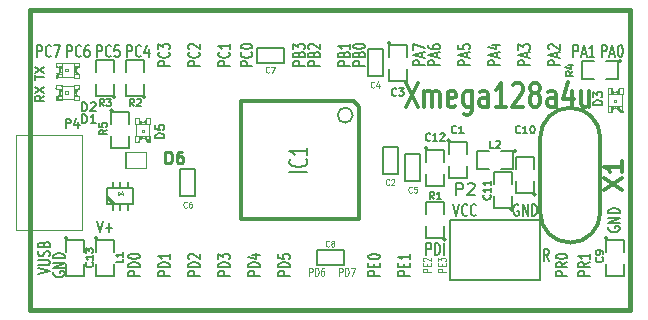
<source format=gto>
G04 (created by PCBNEW (2013-07-07 BZR 4022)-stable) date 14.08.2014 19:14:36*
%MOIN*%
G04 Gerber Fmt 3.4, Leading zero omitted, Abs format*
%FSLAX34Y34*%
G01*
G70*
G90*
G04 APERTURE LIST*
%ADD10C,0.00590551*%
%ADD11C,0.00606299*%
%ADD12C,0.012*%
%ADD13C,0.00393701*%
%ADD14C,0.015*%
%ADD15C,0.008*%
%ADD16C,0.005*%
%ADD17C,0.0026*%
%ADD18C,0.004*%
%ADD19C,0.002*%
%ADD20C,0.0039*%
%ADD21C,0.0125*%
%ADD22C,0.0045*%
%ADD23C,0.00984252*%
%ADD24C,0.0075*%
%ADD25C,0.0024*%
G04 APERTURE END LIST*
G54D10*
G54D11*
X14174Y-21824D02*
X14174Y-21656D01*
X14469Y-21740D02*
X14174Y-21740D01*
X14174Y-21585D02*
X14469Y-21389D01*
X14174Y-21389D02*
X14469Y-21585D01*
X14469Y-22349D02*
X14328Y-22447D01*
X14469Y-22517D02*
X14174Y-22517D01*
X14174Y-22405D01*
X14188Y-22377D01*
X14202Y-22363D01*
X14230Y-22349D01*
X14272Y-22349D01*
X14300Y-22363D01*
X14314Y-22377D01*
X14328Y-22405D01*
X14328Y-22517D01*
X14174Y-22250D02*
X14469Y-22053D01*
X14174Y-22053D02*
X14469Y-22250D01*
G54D12*
X26514Y-21923D02*
X26914Y-22723D01*
X26914Y-21923D02*
X26514Y-22723D01*
X27142Y-22723D02*
X27142Y-22190D01*
X27142Y-22266D02*
X27171Y-22228D01*
X27228Y-22190D01*
X27314Y-22190D01*
X27371Y-22228D01*
X27400Y-22304D01*
X27400Y-22723D01*
X27400Y-22304D02*
X27428Y-22228D01*
X27485Y-22190D01*
X27571Y-22190D01*
X27628Y-22228D01*
X27657Y-22304D01*
X27657Y-22723D01*
X28171Y-22685D02*
X28114Y-22723D01*
X28000Y-22723D01*
X27942Y-22685D01*
X27914Y-22609D01*
X27914Y-22304D01*
X27942Y-22228D01*
X28000Y-22190D01*
X28114Y-22190D01*
X28171Y-22228D01*
X28200Y-22304D01*
X28200Y-22380D01*
X27914Y-22457D01*
X28714Y-22190D02*
X28714Y-22838D01*
X28685Y-22914D01*
X28657Y-22952D01*
X28600Y-22990D01*
X28514Y-22990D01*
X28457Y-22952D01*
X28714Y-22685D02*
X28657Y-22723D01*
X28542Y-22723D01*
X28485Y-22685D01*
X28457Y-22647D01*
X28428Y-22571D01*
X28428Y-22342D01*
X28457Y-22266D01*
X28485Y-22228D01*
X28542Y-22190D01*
X28657Y-22190D01*
X28714Y-22228D01*
X29257Y-22723D02*
X29257Y-22304D01*
X29228Y-22228D01*
X29171Y-22190D01*
X29057Y-22190D01*
X29000Y-22228D01*
X29257Y-22685D02*
X29200Y-22723D01*
X29057Y-22723D01*
X29000Y-22685D01*
X28971Y-22609D01*
X28971Y-22533D01*
X29000Y-22457D01*
X29057Y-22419D01*
X29200Y-22419D01*
X29257Y-22380D01*
X29857Y-22723D02*
X29514Y-22723D01*
X29685Y-22723D02*
X29685Y-21923D01*
X29628Y-22038D01*
X29571Y-22114D01*
X29514Y-22152D01*
X30085Y-22000D02*
X30114Y-21961D01*
X30171Y-21923D01*
X30314Y-21923D01*
X30371Y-21961D01*
X30400Y-22000D01*
X30428Y-22076D01*
X30428Y-22152D01*
X30400Y-22266D01*
X30057Y-22723D01*
X30428Y-22723D01*
X30771Y-22266D02*
X30714Y-22228D01*
X30685Y-22190D01*
X30657Y-22114D01*
X30657Y-22076D01*
X30685Y-22000D01*
X30714Y-21961D01*
X30771Y-21923D01*
X30885Y-21923D01*
X30942Y-21961D01*
X30971Y-22000D01*
X31000Y-22076D01*
X31000Y-22114D01*
X30971Y-22190D01*
X30942Y-22228D01*
X30885Y-22266D01*
X30771Y-22266D01*
X30714Y-22304D01*
X30685Y-22342D01*
X30657Y-22419D01*
X30657Y-22571D01*
X30685Y-22647D01*
X30714Y-22685D01*
X30771Y-22723D01*
X30885Y-22723D01*
X30942Y-22685D01*
X30971Y-22647D01*
X31000Y-22571D01*
X31000Y-22419D01*
X30971Y-22342D01*
X30942Y-22304D01*
X30885Y-22266D01*
X31514Y-22723D02*
X31514Y-22304D01*
X31485Y-22228D01*
X31428Y-22190D01*
X31314Y-22190D01*
X31257Y-22228D01*
X31514Y-22685D02*
X31457Y-22723D01*
X31314Y-22723D01*
X31257Y-22685D01*
X31228Y-22609D01*
X31228Y-22533D01*
X31257Y-22457D01*
X31314Y-22419D01*
X31457Y-22419D01*
X31514Y-22380D01*
X32057Y-22190D02*
X32057Y-22723D01*
X31914Y-21885D02*
X31771Y-22457D01*
X32142Y-22457D01*
X32628Y-22190D02*
X32628Y-22723D01*
X32371Y-22190D02*
X32371Y-22609D01*
X32400Y-22685D01*
X32457Y-22723D01*
X32542Y-22723D01*
X32600Y-22685D01*
X32628Y-22647D01*
G54D13*
X27856Y-28234D02*
X27593Y-28234D01*
X27593Y-28159D01*
X27606Y-28140D01*
X27618Y-28131D01*
X27643Y-28121D01*
X27681Y-28121D01*
X27706Y-28131D01*
X27718Y-28140D01*
X27731Y-28159D01*
X27731Y-28234D01*
X27718Y-28037D02*
X27718Y-27971D01*
X27856Y-27943D02*
X27856Y-28037D01*
X27593Y-28037D01*
X27593Y-27943D01*
X27593Y-27878D02*
X27593Y-27756D01*
X27693Y-27821D01*
X27693Y-27793D01*
X27706Y-27775D01*
X27718Y-27765D01*
X27743Y-27756D01*
X27806Y-27756D01*
X27831Y-27765D01*
X27843Y-27775D01*
X27856Y-27793D01*
X27856Y-27850D01*
X27843Y-27868D01*
X27831Y-27878D01*
X27356Y-28234D02*
X27093Y-28234D01*
X27093Y-28159D01*
X27106Y-28140D01*
X27118Y-28131D01*
X27143Y-28121D01*
X27181Y-28121D01*
X27206Y-28131D01*
X27218Y-28140D01*
X27231Y-28159D01*
X27231Y-28234D01*
X27218Y-28037D02*
X27218Y-27971D01*
X27356Y-27943D02*
X27356Y-28037D01*
X27093Y-28037D01*
X27093Y-27943D01*
X27118Y-27868D02*
X27106Y-27859D01*
X27093Y-27840D01*
X27093Y-27793D01*
X27106Y-27775D01*
X27118Y-27765D01*
X27143Y-27756D01*
X27168Y-27756D01*
X27206Y-27765D01*
X27356Y-27878D01*
X27356Y-27756D01*
G54D10*
X33284Y-26724D02*
X33265Y-26753D01*
X33265Y-26795D01*
X33284Y-26837D01*
X33321Y-26865D01*
X33359Y-26879D01*
X33434Y-26893D01*
X33490Y-26893D01*
X33565Y-26879D01*
X33603Y-26865D01*
X33640Y-26837D01*
X33659Y-26795D01*
X33659Y-26767D01*
X33640Y-26724D01*
X33621Y-26710D01*
X33490Y-26710D01*
X33490Y-26767D01*
X33659Y-26584D02*
X33265Y-26584D01*
X33659Y-26415D01*
X33265Y-26415D01*
X33659Y-26275D02*
X33265Y-26275D01*
X33265Y-26204D01*
X33284Y-26162D01*
X33321Y-26134D01*
X33359Y-26120D01*
X33434Y-26106D01*
X33490Y-26106D01*
X33565Y-26120D01*
X33603Y-26134D01*
X33640Y-26162D01*
X33659Y-26204D01*
X33659Y-26275D01*
X32659Y-28365D02*
X32265Y-28365D01*
X32265Y-28253D01*
X32284Y-28224D01*
X32303Y-28210D01*
X32340Y-28196D01*
X32396Y-28196D01*
X32434Y-28210D01*
X32453Y-28224D01*
X32471Y-28253D01*
X32471Y-28365D01*
X32659Y-27901D02*
X32471Y-28000D01*
X32659Y-28070D02*
X32265Y-28070D01*
X32265Y-27957D01*
X32284Y-27929D01*
X32303Y-27915D01*
X32340Y-27901D01*
X32396Y-27901D01*
X32434Y-27915D01*
X32453Y-27929D01*
X32471Y-27957D01*
X32471Y-28070D01*
X32659Y-27620D02*
X32659Y-27789D01*
X32659Y-27704D02*
X32265Y-27704D01*
X32321Y-27732D01*
X32359Y-27760D01*
X32378Y-27789D01*
X26659Y-28351D02*
X26265Y-28351D01*
X26265Y-28239D01*
X26284Y-28210D01*
X26303Y-28196D01*
X26340Y-28182D01*
X26396Y-28182D01*
X26434Y-28196D01*
X26453Y-28210D01*
X26471Y-28239D01*
X26471Y-28351D01*
X26453Y-28056D02*
X26453Y-27957D01*
X26659Y-27915D02*
X26659Y-28056D01*
X26265Y-28056D01*
X26265Y-27915D01*
X26659Y-27634D02*
X26659Y-27803D01*
X26659Y-27718D02*
X26265Y-27718D01*
X26321Y-27746D01*
X26359Y-27775D01*
X26378Y-27803D01*
G54D13*
X24306Y-28356D02*
X24306Y-28093D01*
X24381Y-28093D01*
X24400Y-28106D01*
X24409Y-28118D01*
X24418Y-28143D01*
X24418Y-28181D01*
X24409Y-28206D01*
X24400Y-28218D01*
X24381Y-28231D01*
X24306Y-28231D01*
X24503Y-28356D02*
X24503Y-28093D01*
X24550Y-28093D01*
X24578Y-28106D01*
X24596Y-28131D01*
X24606Y-28156D01*
X24615Y-28206D01*
X24615Y-28243D01*
X24606Y-28293D01*
X24596Y-28318D01*
X24578Y-28343D01*
X24550Y-28356D01*
X24503Y-28356D01*
X24681Y-28093D02*
X24812Y-28093D01*
X24728Y-28356D01*
X23306Y-28356D02*
X23306Y-28093D01*
X23381Y-28093D01*
X23400Y-28106D01*
X23409Y-28118D01*
X23418Y-28143D01*
X23418Y-28181D01*
X23409Y-28206D01*
X23400Y-28218D01*
X23381Y-28231D01*
X23306Y-28231D01*
X23503Y-28356D02*
X23503Y-28093D01*
X23550Y-28093D01*
X23578Y-28106D01*
X23596Y-28131D01*
X23606Y-28156D01*
X23615Y-28206D01*
X23615Y-28243D01*
X23606Y-28293D01*
X23596Y-28318D01*
X23578Y-28343D01*
X23550Y-28356D01*
X23503Y-28356D01*
X23784Y-28093D02*
X23746Y-28093D01*
X23728Y-28106D01*
X23718Y-28118D01*
X23699Y-28156D01*
X23690Y-28206D01*
X23690Y-28306D01*
X23699Y-28331D01*
X23709Y-28343D01*
X23728Y-28356D01*
X23765Y-28356D01*
X23784Y-28343D01*
X23793Y-28331D01*
X23803Y-28306D01*
X23803Y-28243D01*
X23793Y-28218D01*
X23784Y-28206D01*
X23765Y-28193D01*
X23728Y-28193D01*
X23709Y-28206D01*
X23699Y-28218D01*
X23690Y-28243D01*
G54D10*
X22659Y-28365D02*
X22265Y-28365D01*
X22265Y-28253D01*
X22284Y-28224D01*
X22303Y-28210D01*
X22340Y-28196D01*
X22396Y-28196D01*
X22434Y-28210D01*
X22453Y-28224D01*
X22471Y-28253D01*
X22471Y-28365D01*
X22659Y-28070D02*
X22265Y-28070D01*
X22265Y-28000D01*
X22284Y-27957D01*
X22321Y-27929D01*
X22359Y-27915D01*
X22434Y-27901D01*
X22490Y-27901D01*
X22565Y-27915D01*
X22603Y-27929D01*
X22640Y-27957D01*
X22659Y-28000D01*
X22659Y-28070D01*
X22265Y-27634D02*
X22265Y-27775D01*
X22453Y-27789D01*
X22434Y-27775D01*
X22415Y-27746D01*
X22415Y-27676D01*
X22434Y-27648D01*
X22453Y-27634D01*
X22490Y-27620D01*
X22584Y-27620D01*
X22621Y-27634D01*
X22640Y-27648D01*
X22659Y-27676D01*
X22659Y-27746D01*
X22640Y-27775D01*
X22621Y-27789D01*
X21659Y-28365D02*
X21265Y-28365D01*
X21265Y-28253D01*
X21284Y-28224D01*
X21303Y-28210D01*
X21340Y-28196D01*
X21396Y-28196D01*
X21434Y-28210D01*
X21453Y-28224D01*
X21471Y-28253D01*
X21471Y-28365D01*
X21659Y-28070D02*
X21265Y-28070D01*
X21265Y-28000D01*
X21284Y-27957D01*
X21321Y-27929D01*
X21359Y-27915D01*
X21434Y-27901D01*
X21490Y-27901D01*
X21565Y-27915D01*
X21603Y-27929D01*
X21640Y-27957D01*
X21659Y-28000D01*
X21659Y-28070D01*
X21396Y-27648D02*
X21659Y-27648D01*
X21246Y-27718D02*
X21528Y-27789D01*
X21528Y-27606D01*
X20659Y-28365D02*
X20265Y-28365D01*
X20265Y-28253D01*
X20284Y-28224D01*
X20303Y-28210D01*
X20340Y-28196D01*
X20396Y-28196D01*
X20434Y-28210D01*
X20453Y-28224D01*
X20471Y-28253D01*
X20471Y-28365D01*
X20659Y-28070D02*
X20265Y-28070D01*
X20265Y-28000D01*
X20284Y-27957D01*
X20321Y-27929D01*
X20359Y-27915D01*
X20434Y-27901D01*
X20490Y-27901D01*
X20565Y-27915D01*
X20603Y-27929D01*
X20640Y-27957D01*
X20659Y-28000D01*
X20659Y-28070D01*
X20265Y-27803D02*
X20265Y-27620D01*
X20415Y-27718D01*
X20415Y-27676D01*
X20434Y-27648D01*
X20453Y-27634D01*
X20490Y-27620D01*
X20584Y-27620D01*
X20621Y-27634D01*
X20640Y-27648D01*
X20659Y-27676D01*
X20659Y-27760D01*
X20640Y-27789D01*
X20621Y-27803D01*
X19659Y-28365D02*
X19265Y-28365D01*
X19265Y-28253D01*
X19284Y-28224D01*
X19303Y-28210D01*
X19340Y-28196D01*
X19396Y-28196D01*
X19434Y-28210D01*
X19453Y-28224D01*
X19471Y-28253D01*
X19471Y-28365D01*
X19659Y-28070D02*
X19265Y-28070D01*
X19265Y-28000D01*
X19284Y-27957D01*
X19321Y-27929D01*
X19359Y-27915D01*
X19434Y-27901D01*
X19490Y-27901D01*
X19565Y-27915D01*
X19603Y-27929D01*
X19640Y-27957D01*
X19659Y-28000D01*
X19659Y-28070D01*
X19303Y-27789D02*
X19284Y-27775D01*
X19265Y-27746D01*
X19265Y-27676D01*
X19284Y-27648D01*
X19303Y-27634D01*
X19340Y-27620D01*
X19378Y-27620D01*
X19434Y-27634D01*
X19659Y-27803D01*
X19659Y-27620D01*
X18659Y-28365D02*
X18265Y-28365D01*
X18265Y-28253D01*
X18284Y-28224D01*
X18303Y-28210D01*
X18340Y-28196D01*
X18396Y-28196D01*
X18434Y-28210D01*
X18453Y-28224D01*
X18471Y-28253D01*
X18471Y-28365D01*
X18659Y-28070D02*
X18265Y-28070D01*
X18265Y-28000D01*
X18284Y-27957D01*
X18321Y-27929D01*
X18359Y-27915D01*
X18434Y-27901D01*
X18490Y-27901D01*
X18565Y-27915D01*
X18603Y-27929D01*
X18640Y-27957D01*
X18659Y-28000D01*
X18659Y-28070D01*
X18659Y-27620D02*
X18659Y-27789D01*
X18659Y-27704D02*
X18265Y-27704D01*
X18321Y-27732D01*
X18359Y-27760D01*
X18378Y-27789D01*
X14784Y-28224D02*
X14765Y-28253D01*
X14765Y-28295D01*
X14784Y-28337D01*
X14821Y-28365D01*
X14859Y-28379D01*
X14934Y-28393D01*
X14990Y-28393D01*
X15065Y-28379D01*
X15103Y-28365D01*
X15140Y-28337D01*
X15159Y-28295D01*
X15159Y-28267D01*
X15140Y-28224D01*
X15121Y-28210D01*
X14990Y-28210D01*
X14990Y-28267D01*
X15159Y-28084D02*
X14765Y-28084D01*
X15159Y-27915D01*
X14765Y-27915D01*
X15159Y-27775D02*
X14765Y-27775D01*
X14765Y-27704D01*
X14784Y-27662D01*
X14821Y-27634D01*
X14859Y-27620D01*
X14934Y-27606D01*
X14990Y-27606D01*
X15065Y-27620D01*
X15103Y-27634D01*
X15140Y-27662D01*
X15159Y-27704D01*
X15159Y-27775D01*
X16218Y-26515D02*
X16317Y-26909D01*
X16415Y-26515D01*
X16514Y-26759D02*
X16739Y-26759D01*
X16626Y-26909D02*
X16626Y-26609D01*
X14234Y-21059D02*
X14234Y-20665D01*
X14346Y-20665D01*
X14375Y-20684D01*
X14389Y-20703D01*
X14403Y-20740D01*
X14403Y-20796D01*
X14389Y-20834D01*
X14375Y-20853D01*
X14346Y-20871D01*
X14234Y-20871D01*
X14698Y-21021D02*
X14684Y-21040D01*
X14642Y-21059D01*
X14614Y-21059D01*
X14571Y-21040D01*
X14543Y-21003D01*
X14529Y-20965D01*
X14515Y-20890D01*
X14515Y-20834D01*
X14529Y-20759D01*
X14543Y-20721D01*
X14571Y-20684D01*
X14614Y-20665D01*
X14642Y-20665D01*
X14684Y-20684D01*
X14698Y-20703D01*
X14796Y-20665D02*
X14993Y-20665D01*
X14867Y-21059D01*
X15234Y-21059D02*
X15234Y-20665D01*
X15346Y-20665D01*
X15375Y-20684D01*
X15389Y-20703D01*
X15403Y-20740D01*
X15403Y-20796D01*
X15389Y-20834D01*
X15375Y-20853D01*
X15346Y-20871D01*
X15234Y-20871D01*
X15698Y-21021D02*
X15684Y-21040D01*
X15642Y-21059D01*
X15614Y-21059D01*
X15571Y-21040D01*
X15543Y-21003D01*
X15529Y-20965D01*
X15515Y-20890D01*
X15515Y-20834D01*
X15529Y-20759D01*
X15543Y-20721D01*
X15571Y-20684D01*
X15614Y-20665D01*
X15642Y-20665D01*
X15684Y-20684D01*
X15698Y-20703D01*
X15951Y-20665D02*
X15895Y-20665D01*
X15867Y-20684D01*
X15853Y-20703D01*
X15824Y-20759D01*
X15810Y-20834D01*
X15810Y-20984D01*
X15824Y-21021D01*
X15839Y-21040D01*
X15867Y-21059D01*
X15923Y-21059D01*
X15951Y-21040D01*
X15965Y-21021D01*
X15979Y-20984D01*
X15979Y-20890D01*
X15965Y-20853D01*
X15951Y-20834D01*
X15923Y-20815D01*
X15867Y-20815D01*
X15839Y-20834D01*
X15824Y-20853D01*
X15810Y-20890D01*
X16234Y-21059D02*
X16234Y-20665D01*
X16346Y-20665D01*
X16375Y-20684D01*
X16389Y-20703D01*
X16403Y-20740D01*
X16403Y-20796D01*
X16389Y-20834D01*
X16375Y-20853D01*
X16346Y-20871D01*
X16234Y-20871D01*
X16698Y-21021D02*
X16684Y-21040D01*
X16642Y-21059D01*
X16614Y-21059D01*
X16571Y-21040D01*
X16543Y-21003D01*
X16529Y-20965D01*
X16515Y-20890D01*
X16515Y-20834D01*
X16529Y-20759D01*
X16543Y-20721D01*
X16571Y-20684D01*
X16614Y-20665D01*
X16642Y-20665D01*
X16684Y-20684D01*
X16698Y-20703D01*
X16965Y-20665D02*
X16824Y-20665D01*
X16810Y-20853D01*
X16824Y-20834D01*
X16853Y-20815D01*
X16923Y-20815D01*
X16951Y-20834D01*
X16965Y-20853D01*
X16979Y-20890D01*
X16979Y-20984D01*
X16965Y-21021D01*
X16951Y-21040D01*
X16923Y-21059D01*
X16853Y-21059D01*
X16824Y-21040D01*
X16810Y-21021D01*
X17234Y-21059D02*
X17234Y-20665D01*
X17346Y-20665D01*
X17375Y-20684D01*
X17389Y-20703D01*
X17403Y-20740D01*
X17403Y-20796D01*
X17389Y-20834D01*
X17375Y-20853D01*
X17346Y-20871D01*
X17234Y-20871D01*
X17698Y-21021D02*
X17684Y-21040D01*
X17642Y-21059D01*
X17614Y-21059D01*
X17571Y-21040D01*
X17543Y-21003D01*
X17529Y-20965D01*
X17515Y-20890D01*
X17515Y-20834D01*
X17529Y-20759D01*
X17543Y-20721D01*
X17571Y-20684D01*
X17614Y-20665D01*
X17642Y-20665D01*
X17684Y-20684D01*
X17698Y-20703D01*
X17951Y-20796D02*
X17951Y-21059D01*
X17881Y-20646D02*
X17810Y-20928D01*
X17993Y-20928D01*
X18659Y-21365D02*
X18265Y-21365D01*
X18265Y-21253D01*
X18284Y-21224D01*
X18303Y-21210D01*
X18340Y-21196D01*
X18396Y-21196D01*
X18434Y-21210D01*
X18453Y-21224D01*
X18471Y-21253D01*
X18471Y-21365D01*
X18621Y-20901D02*
X18640Y-20915D01*
X18659Y-20957D01*
X18659Y-20985D01*
X18640Y-21028D01*
X18603Y-21056D01*
X18565Y-21070D01*
X18490Y-21084D01*
X18434Y-21084D01*
X18359Y-21070D01*
X18321Y-21056D01*
X18284Y-21028D01*
X18265Y-20985D01*
X18265Y-20957D01*
X18284Y-20915D01*
X18303Y-20901D01*
X18265Y-20803D02*
X18265Y-20620D01*
X18415Y-20718D01*
X18415Y-20676D01*
X18434Y-20648D01*
X18453Y-20634D01*
X18490Y-20620D01*
X18584Y-20620D01*
X18621Y-20634D01*
X18640Y-20648D01*
X18659Y-20676D01*
X18659Y-20760D01*
X18640Y-20789D01*
X18621Y-20803D01*
X19659Y-21365D02*
X19265Y-21365D01*
X19265Y-21253D01*
X19284Y-21224D01*
X19303Y-21210D01*
X19340Y-21196D01*
X19396Y-21196D01*
X19434Y-21210D01*
X19453Y-21224D01*
X19471Y-21253D01*
X19471Y-21365D01*
X19621Y-20901D02*
X19640Y-20915D01*
X19659Y-20957D01*
X19659Y-20985D01*
X19640Y-21028D01*
X19603Y-21056D01*
X19565Y-21070D01*
X19490Y-21084D01*
X19434Y-21084D01*
X19359Y-21070D01*
X19321Y-21056D01*
X19284Y-21028D01*
X19265Y-20985D01*
X19265Y-20957D01*
X19284Y-20915D01*
X19303Y-20901D01*
X19303Y-20789D02*
X19284Y-20775D01*
X19265Y-20746D01*
X19265Y-20676D01*
X19284Y-20648D01*
X19303Y-20634D01*
X19340Y-20620D01*
X19378Y-20620D01*
X19434Y-20634D01*
X19659Y-20803D01*
X19659Y-20620D01*
X21409Y-21365D02*
X21015Y-21365D01*
X21015Y-21253D01*
X21034Y-21224D01*
X21053Y-21210D01*
X21090Y-21196D01*
X21146Y-21196D01*
X21184Y-21210D01*
X21203Y-21224D01*
X21221Y-21253D01*
X21221Y-21365D01*
X21371Y-20901D02*
X21390Y-20915D01*
X21409Y-20957D01*
X21409Y-20985D01*
X21390Y-21028D01*
X21353Y-21056D01*
X21315Y-21070D01*
X21240Y-21084D01*
X21184Y-21084D01*
X21109Y-21070D01*
X21071Y-21056D01*
X21034Y-21028D01*
X21015Y-20985D01*
X21015Y-20957D01*
X21034Y-20915D01*
X21053Y-20901D01*
X21015Y-20718D02*
X21015Y-20690D01*
X21034Y-20662D01*
X21053Y-20648D01*
X21090Y-20634D01*
X21165Y-20620D01*
X21259Y-20620D01*
X21334Y-20634D01*
X21371Y-20648D01*
X21390Y-20662D01*
X21409Y-20690D01*
X21409Y-20718D01*
X21390Y-20746D01*
X21371Y-20760D01*
X21334Y-20775D01*
X21259Y-20789D01*
X21165Y-20789D01*
X21090Y-20775D01*
X21053Y-20760D01*
X21034Y-20746D01*
X21015Y-20718D01*
X23159Y-21365D02*
X22765Y-21365D01*
X22765Y-21253D01*
X22784Y-21224D01*
X22803Y-21210D01*
X22840Y-21196D01*
X22896Y-21196D01*
X22934Y-21210D01*
X22953Y-21224D01*
X22971Y-21253D01*
X22971Y-21365D01*
X22953Y-20971D02*
X22971Y-20929D01*
X22990Y-20915D01*
X23028Y-20901D01*
X23084Y-20901D01*
X23121Y-20915D01*
X23140Y-20929D01*
X23159Y-20957D01*
X23159Y-21070D01*
X22765Y-21070D01*
X22765Y-20971D01*
X22784Y-20943D01*
X22803Y-20929D01*
X22840Y-20915D01*
X22878Y-20915D01*
X22915Y-20929D01*
X22934Y-20943D01*
X22953Y-20971D01*
X22953Y-21070D01*
X22765Y-20803D02*
X22765Y-20620D01*
X22915Y-20718D01*
X22915Y-20676D01*
X22934Y-20648D01*
X22953Y-20634D01*
X22990Y-20620D01*
X23084Y-20620D01*
X23121Y-20634D01*
X23140Y-20648D01*
X23159Y-20676D01*
X23159Y-20760D01*
X23140Y-20789D01*
X23121Y-20803D01*
X23659Y-21365D02*
X23265Y-21365D01*
X23265Y-21253D01*
X23284Y-21224D01*
X23303Y-21210D01*
X23340Y-21196D01*
X23396Y-21196D01*
X23434Y-21210D01*
X23453Y-21224D01*
X23471Y-21253D01*
X23471Y-21365D01*
X23453Y-20971D02*
X23471Y-20929D01*
X23490Y-20915D01*
X23528Y-20901D01*
X23584Y-20901D01*
X23621Y-20915D01*
X23640Y-20929D01*
X23659Y-20957D01*
X23659Y-21070D01*
X23265Y-21070D01*
X23265Y-20971D01*
X23284Y-20943D01*
X23303Y-20929D01*
X23340Y-20915D01*
X23378Y-20915D01*
X23415Y-20929D01*
X23434Y-20943D01*
X23453Y-20971D01*
X23453Y-21070D01*
X23303Y-20789D02*
X23284Y-20775D01*
X23265Y-20746D01*
X23265Y-20676D01*
X23284Y-20648D01*
X23303Y-20634D01*
X23340Y-20620D01*
X23378Y-20620D01*
X23434Y-20634D01*
X23659Y-20803D01*
X23659Y-20620D01*
X25159Y-21365D02*
X24765Y-21365D01*
X24765Y-21253D01*
X24784Y-21224D01*
X24803Y-21210D01*
X24840Y-21196D01*
X24896Y-21196D01*
X24934Y-21210D01*
X24953Y-21224D01*
X24971Y-21253D01*
X24971Y-21365D01*
X24953Y-20971D02*
X24971Y-20929D01*
X24990Y-20915D01*
X25028Y-20901D01*
X25084Y-20901D01*
X25121Y-20915D01*
X25140Y-20929D01*
X25159Y-20957D01*
X25159Y-21070D01*
X24765Y-21070D01*
X24765Y-20971D01*
X24784Y-20943D01*
X24803Y-20929D01*
X24840Y-20915D01*
X24878Y-20915D01*
X24915Y-20929D01*
X24934Y-20943D01*
X24953Y-20971D01*
X24953Y-21070D01*
X24765Y-20718D02*
X24765Y-20690D01*
X24784Y-20662D01*
X24803Y-20648D01*
X24840Y-20634D01*
X24915Y-20620D01*
X25009Y-20620D01*
X25084Y-20634D01*
X25121Y-20648D01*
X25140Y-20662D01*
X25159Y-20690D01*
X25159Y-20718D01*
X25140Y-20746D01*
X25121Y-20760D01*
X25084Y-20775D01*
X25009Y-20789D01*
X24915Y-20789D01*
X24840Y-20775D01*
X24803Y-20760D01*
X24784Y-20746D01*
X24765Y-20718D01*
X27159Y-21344D02*
X26765Y-21344D01*
X26765Y-21232D01*
X26784Y-21203D01*
X26803Y-21189D01*
X26840Y-21175D01*
X26896Y-21175D01*
X26934Y-21189D01*
X26953Y-21203D01*
X26971Y-21232D01*
X26971Y-21344D01*
X27046Y-21063D02*
X27046Y-20922D01*
X27159Y-21091D02*
X26765Y-20992D01*
X27159Y-20894D01*
X26765Y-20824D02*
X26765Y-20627D01*
X27159Y-20753D01*
X32105Y-21059D02*
X32105Y-20665D01*
X32217Y-20665D01*
X32246Y-20684D01*
X32260Y-20703D01*
X32274Y-20740D01*
X32274Y-20796D01*
X32260Y-20834D01*
X32246Y-20853D01*
X32217Y-20871D01*
X32105Y-20871D01*
X32386Y-20946D02*
X32527Y-20946D01*
X32358Y-21059D02*
X32457Y-20665D01*
X32555Y-21059D01*
X32808Y-21059D02*
X32639Y-21059D01*
X32724Y-21059D02*
X32724Y-20665D01*
X32696Y-20721D01*
X32667Y-20759D01*
X32639Y-20778D01*
X31659Y-21344D02*
X31265Y-21344D01*
X31265Y-21232D01*
X31284Y-21203D01*
X31303Y-21189D01*
X31340Y-21175D01*
X31396Y-21175D01*
X31434Y-21189D01*
X31453Y-21203D01*
X31471Y-21232D01*
X31471Y-21344D01*
X31546Y-21063D02*
X31546Y-20922D01*
X31659Y-21091D02*
X31265Y-20992D01*
X31659Y-20894D01*
X31303Y-20810D02*
X31284Y-20796D01*
X31265Y-20767D01*
X31265Y-20697D01*
X31284Y-20669D01*
X31303Y-20655D01*
X31340Y-20641D01*
X31378Y-20641D01*
X31434Y-20655D01*
X31659Y-20824D01*
X31659Y-20641D01*
X30659Y-21344D02*
X30265Y-21344D01*
X30265Y-21232D01*
X30284Y-21203D01*
X30303Y-21189D01*
X30340Y-21175D01*
X30396Y-21175D01*
X30434Y-21189D01*
X30453Y-21203D01*
X30471Y-21232D01*
X30471Y-21344D01*
X30546Y-21063D02*
X30546Y-20922D01*
X30659Y-21091D02*
X30265Y-20992D01*
X30659Y-20894D01*
X30265Y-20824D02*
X30265Y-20641D01*
X30415Y-20739D01*
X30415Y-20697D01*
X30434Y-20669D01*
X30453Y-20655D01*
X30490Y-20641D01*
X30584Y-20641D01*
X30621Y-20655D01*
X30640Y-20669D01*
X30659Y-20697D01*
X30659Y-20782D01*
X30640Y-20810D01*
X30621Y-20824D01*
X29659Y-21344D02*
X29265Y-21344D01*
X29265Y-21232D01*
X29284Y-21203D01*
X29303Y-21189D01*
X29340Y-21175D01*
X29396Y-21175D01*
X29434Y-21189D01*
X29453Y-21203D01*
X29471Y-21232D01*
X29471Y-21344D01*
X29546Y-21063D02*
X29546Y-20922D01*
X29659Y-21091D02*
X29265Y-20992D01*
X29659Y-20894D01*
X29396Y-20669D02*
X29659Y-20669D01*
X29246Y-20739D02*
X29528Y-20810D01*
X29528Y-20627D01*
X28659Y-21344D02*
X28265Y-21344D01*
X28265Y-21232D01*
X28284Y-21203D01*
X28303Y-21189D01*
X28340Y-21175D01*
X28396Y-21175D01*
X28434Y-21189D01*
X28453Y-21203D01*
X28471Y-21232D01*
X28471Y-21344D01*
X28546Y-21063D02*
X28546Y-20922D01*
X28659Y-21091D02*
X28265Y-20992D01*
X28659Y-20894D01*
X28265Y-20655D02*
X28265Y-20796D01*
X28453Y-20810D01*
X28434Y-20796D01*
X28415Y-20767D01*
X28415Y-20697D01*
X28434Y-20669D01*
X28453Y-20655D01*
X28490Y-20641D01*
X28584Y-20641D01*
X28621Y-20655D01*
X28640Y-20669D01*
X28659Y-20697D01*
X28659Y-20767D01*
X28640Y-20796D01*
X28621Y-20810D01*
X27659Y-21344D02*
X27265Y-21344D01*
X27265Y-21232D01*
X27284Y-21203D01*
X27303Y-21189D01*
X27340Y-21175D01*
X27396Y-21175D01*
X27434Y-21189D01*
X27453Y-21203D01*
X27471Y-21232D01*
X27471Y-21344D01*
X27546Y-21063D02*
X27546Y-20922D01*
X27659Y-21091D02*
X27265Y-20992D01*
X27659Y-20894D01*
X27265Y-20669D02*
X27265Y-20725D01*
X27284Y-20753D01*
X27303Y-20767D01*
X27359Y-20796D01*
X27434Y-20810D01*
X27584Y-20810D01*
X27621Y-20796D01*
X27640Y-20782D01*
X27659Y-20753D01*
X27659Y-20697D01*
X27640Y-20669D01*
X27621Y-20655D01*
X27584Y-20641D01*
X27490Y-20641D01*
X27453Y-20655D01*
X27434Y-20669D01*
X27415Y-20697D01*
X27415Y-20753D01*
X27434Y-20782D01*
X27453Y-20796D01*
X27490Y-20810D01*
X14265Y-28291D02*
X14659Y-28192D01*
X14265Y-28094D01*
X14265Y-27996D02*
X14584Y-27996D01*
X14621Y-27982D01*
X14640Y-27967D01*
X14659Y-27939D01*
X14659Y-27883D01*
X14640Y-27855D01*
X14621Y-27841D01*
X14584Y-27827D01*
X14265Y-27827D01*
X14640Y-27700D02*
X14659Y-27658D01*
X14659Y-27588D01*
X14640Y-27560D01*
X14621Y-27546D01*
X14584Y-27532D01*
X14546Y-27532D01*
X14509Y-27546D01*
X14490Y-27560D01*
X14471Y-27588D01*
X14453Y-27644D01*
X14434Y-27672D01*
X14415Y-27686D01*
X14378Y-27700D01*
X14340Y-27700D01*
X14303Y-27686D01*
X14284Y-27672D01*
X14265Y-27644D01*
X14265Y-27574D01*
X14284Y-27532D01*
X14453Y-27307D02*
X14471Y-27264D01*
X14490Y-27250D01*
X14528Y-27236D01*
X14584Y-27236D01*
X14621Y-27250D01*
X14640Y-27264D01*
X14659Y-27293D01*
X14659Y-27405D01*
X14265Y-27405D01*
X14265Y-27307D01*
X14284Y-27278D01*
X14303Y-27264D01*
X14340Y-27250D01*
X14378Y-27250D01*
X14415Y-27264D01*
X14434Y-27278D01*
X14453Y-27307D01*
X14453Y-27405D01*
X31291Y-27859D02*
X31192Y-27671D01*
X31122Y-27859D02*
X31122Y-27465D01*
X31235Y-27465D01*
X31263Y-27484D01*
X31277Y-27503D01*
X31291Y-27540D01*
X31291Y-27596D01*
X31277Y-27634D01*
X31263Y-27653D01*
X31235Y-27671D01*
X31122Y-27671D01*
X27204Y-27659D02*
X27204Y-27265D01*
X27317Y-27265D01*
X27345Y-27284D01*
X27359Y-27303D01*
X27373Y-27340D01*
X27373Y-27396D01*
X27359Y-27434D01*
X27345Y-27453D01*
X27317Y-27471D01*
X27204Y-27471D01*
X27500Y-27659D02*
X27500Y-27265D01*
X27570Y-27265D01*
X27612Y-27284D01*
X27640Y-27321D01*
X27654Y-27359D01*
X27668Y-27434D01*
X27668Y-27490D01*
X27654Y-27565D01*
X27640Y-27603D01*
X27612Y-27640D01*
X27570Y-27659D01*
X27500Y-27659D01*
X27795Y-27659D02*
X27795Y-27265D01*
X30275Y-25984D02*
X30246Y-25965D01*
X30204Y-25965D01*
X30162Y-25984D01*
X30134Y-26021D01*
X30120Y-26059D01*
X30106Y-26134D01*
X30106Y-26190D01*
X30120Y-26265D01*
X30134Y-26303D01*
X30162Y-26340D01*
X30204Y-26359D01*
X30232Y-26359D01*
X30275Y-26340D01*
X30289Y-26321D01*
X30289Y-26190D01*
X30232Y-26190D01*
X30415Y-26359D02*
X30415Y-25965D01*
X30584Y-26359D01*
X30584Y-25965D01*
X30724Y-26359D02*
X30724Y-25965D01*
X30795Y-25965D01*
X30837Y-25984D01*
X30865Y-26021D01*
X30879Y-26059D01*
X30893Y-26134D01*
X30893Y-26190D01*
X30879Y-26265D01*
X30865Y-26303D01*
X30837Y-26340D01*
X30795Y-26359D01*
X30724Y-26359D01*
X28106Y-25965D02*
X28204Y-26359D01*
X28303Y-25965D01*
X28570Y-26321D02*
X28556Y-26340D01*
X28514Y-26359D01*
X28485Y-26359D01*
X28443Y-26340D01*
X28415Y-26303D01*
X28401Y-26265D01*
X28387Y-26190D01*
X28387Y-26134D01*
X28401Y-26059D01*
X28415Y-26021D01*
X28443Y-25984D01*
X28485Y-25965D01*
X28514Y-25965D01*
X28556Y-25984D01*
X28570Y-26003D01*
X28865Y-26321D02*
X28851Y-26340D01*
X28809Y-26359D01*
X28781Y-26359D01*
X28739Y-26340D01*
X28710Y-26303D01*
X28696Y-26265D01*
X28682Y-26190D01*
X28682Y-26134D01*
X28696Y-26059D01*
X28710Y-26021D01*
X28739Y-25984D01*
X28781Y-25965D01*
X28809Y-25965D01*
X28851Y-25984D01*
X28865Y-26003D01*
X31909Y-28365D02*
X31515Y-28365D01*
X31515Y-28253D01*
X31534Y-28224D01*
X31553Y-28210D01*
X31590Y-28196D01*
X31646Y-28196D01*
X31684Y-28210D01*
X31703Y-28224D01*
X31721Y-28253D01*
X31721Y-28365D01*
X31909Y-27901D02*
X31721Y-28000D01*
X31909Y-28070D02*
X31515Y-28070D01*
X31515Y-27957D01*
X31534Y-27929D01*
X31553Y-27915D01*
X31590Y-27901D01*
X31646Y-27901D01*
X31684Y-27915D01*
X31703Y-27929D01*
X31721Y-27957D01*
X31721Y-28070D01*
X31515Y-27718D02*
X31515Y-27690D01*
X31534Y-27662D01*
X31553Y-27648D01*
X31590Y-27634D01*
X31665Y-27620D01*
X31759Y-27620D01*
X31834Y-27634D01*
X31871Y-27648D01*
X31890Y-27662D01*
X31909Y-27690D01*
X31909Y-27718D01*
X31890Y-27746D01*
X31871Y-27760D01*
X31834Y-27775D01*
X31759Y-27789D01*
X31665Y-27789D01*
X31590Y-27775D01*
X31553Y-27760D01*
X31534Y-27746D01*
X31515Y-27718D01*
X25659Y-28351D02*
X25265Y-28351D01*
X25265Y-28239D01*
X25284Y-28210D01*
X25303Y-28196D01*
X25340Y-28182D01*
X25396Y-28182D01*
X25434Y-28196D01*
X25453Y-28210D01*
X25471Y-28239D01*
X25471Y-28351D01*
X25453Y-28056D02*
X25453Y-27957D01*
X25659Y-27915D02*
X25659Y-28056D01*
X25265Y-28056D01*
X25265Y-27915D01*
X25265Y-27732D02*
X25265Y-27704D01*
X25284Y-27676D01*
X25303Y-27662D01*
X25340Y-27648D01*
X25415Y-27634D01*
X25509Y-27634D01*
X25584Y-27648D01*
X25621Y-27662D01*
X25640Y-27676D01*
X25659Y-27704D01*
X25659Y-27732D01*
X25640Y-27760D01*
X25621Y-27775D01*
X25584Y-27789D01*
X25509Y-27803D01*
X25415Y-27803D01*
X25340Y-27789D01*
X25303Y-27775D01*
X25284Y-27760D01*
X25265Y-27732D01*
X17659Y-28365D02*
X17265Y-28365D01*
X17265Y-28253D01*
X17284Y-28224D01*
X17303Y-28210D01*
X17340Y-28196D01*
X17396Y-28196D01*
X17434Y-28210D01*
X17453Y-28224D01*
X17471Y-28253D01*
X17471Y-28365D01*
X17659Y-28070D02*
X17265Y-28070D01*
X17265Y-28000D01*
X17284Y-27957D01*
X17321Y-27929D01*
X17359Y-27915D01*
X17434Y-27901D01*
X17490Y-27901D01*
X17565Y-27915D01*
X17603Y-27929D01*
X17640Y-27957D01*
X17659Y-28000D01*
X17659Y-28070D01*
X17265Y-27718D02*
X17265Y-27690D01*
X17284Y-27662D01*
X17303Y-27648D01*
X17340Y-27634D01*
X17415Y-27620D01*
X17509Y-27620D01*
X17584Y-27634D01*
X17621Y-27648D01*
X17640Y-27662D01*
X17659Y-27690D01*
X17659Y-27718D01*
X17640Y-27746D01*
X17621Y-27760D01*
X17584Y-27775D01*
X17509Y-27789D01*
X17415Y-27789D01*
X17340Y-27775D01*
X17303Y-27760D01*
X17284Y-27746D01*
X17265Y-27718D01*
X20659Y-21365D02*
X20265Y-21365D01*
X20265Y-21253D01*
X20284Y-21224D01*
X20303Y-21210D01*
X20340Y-21196D01*
X20396Y-21196D01*
X20434Y-21210D01*
X20453Y-21224D01*
X20471Y-21253D01*
X20471Y-21365D01*
X20621Y-20901D02*
X20640Y-20915D01*
X20659Y-20957D01*
X20659Y-20985D01*
X20640Y-21028D01*
X20603Y-21056D01*
X20565Y-21070D01*
X20490Y-21084D01*
X20434Y-21084D01*
X20359Y-21070D01*
X20321Y-21056D01*
X20284Y-21028D01*
X20265Y-20985D01*
X20265Y-20957D01*
X20284Y-20915D01*
X20303Y-20901D01*
X20659Y-20620D02*
X20659Y-20789D01*
X20659Y-20704D02*
X20265Y-20704D01*
X20321Y-20732D01*
X20359Y-20760D01*
X20378Y-20789D01*
X24659Y-21365D02*
X24265Y-21365D01*
X24265Y-21253D01*
X24284Y-21224D01*
X24303Y-21210D01*
X24340Y-21196D01*
X24396Y-21196D01*
X24434Y-21210D01*
X24453Y-21224D01*
X24471Y-21253D01*
X24471Y-21365D01*
X24453Y-20971D02*
X24471Y-20929D01*
X24490Y-20915D01*
X24528Y-20901D01*
X24584Y-20901D01*
X24621Y-20915D01*
X24640Y-20929D01*
X24659Y-20957D01*
X24659Y-21070D01*
X24265Y-21070D01*
X24265Y-20971D01*
X24284Y-20943D01*
X24303Y-20929D01*
X24340Y-20915D01*
X24378Y-20915D01*
X24415Y-20929D01*
X24434Y-20943D01*
X24453Y-20971D01*
X24453Y-21070D01*
X24659Y-20620D02*
X24659Y-20789D01*
X24659Y-20704D02*
X24265Y-20704D01*
X24321Y-20732D01*
X24359Y-20760D01*
X24378Y-20789D01*
X33055Y-21059D02*
X33055Y-20665D01*
X33167Y-20665D01*
X33196Y-20684D01*
X33210Y-20703D01*
X33224Y-20740D01*
X33224Y-20796D01*
X33210Y-20834D01*
X33196Y-20853D01*
X33167Y-20871D01*
X33055Y-20871D01*
X33336Y-20946D02*
X33477Y-20946D01*
X33308Y-21059D02*
X33407Y-20665D01*
X33505Y-21059D01*
X33660Y-20665D02*
X33688Y-20665D01*
X33716Y-20684D01*
X33730Y-20703D01*
X33744Y-20740D01*
X33758Y-20815D01*
X33758Y-20909D01*
X33744Y-20984D01*
X33730Y-21021D01*
X33716Y-21040D01*
X33688Y-21059D01*
X33660Y-21059D01*
X33632Y-21040D01*
X33617Y-21021D01*
X33603Y-20984D01*
X33589Y-20909D01*
X33589Y-20815D01*
X33603Y-20740D01*
X33617Y-20703D01*
X33632Y-20684D01*
X33660Y-20665D01*
G54D14*
X14000Y-19500D02*
X34000Y-19500D01*
X14000Y-29500D02*
X14000Y-19500D01*
X34000Y-29500D02*
X14000Y-29500D01*
X34000Y-19500D02*
X34000Y-29500D01*
G54D12*
X24970Y-26470D02*
X21030Y-26470D01*
X21030Y-26470D02*
X21030Y-22530D01*
X24780Y-22530D02*
X21030Y-22530D01*
X24970Y-22720D02*
X24970Y-26470D01*
X24780Y-22530D02*
X24970Y-22720D01*
G54D15*
X24750Y-23000D02*
G75*
G03X24750Y-23000I-250J0D01*
G74*
G01*
G54D16*
X27850Y-27150D02*
G75*
G03X27850Y-27150I-50J0D01*
G74*
G01*
X27800Y-26700D02*
X27800Y-27100D01*
X27800Y-27100D02*
X27200Y-27100D01*
X27200Y-27100D02*
X27200Y-26700D01*
X27200Y-26300D02*
X27200Y-25900D01*
X27200Y-25900D02*
X27800Y-25900D01*
X27800Y-25900D02*
X27800Y-26300D01*
G54D15*
X31000Y-28500D02*
X28000Y-28500D01*
X28000Y-26500D02*
X31000Y-26500D01*
X31000Y-26500D02*
X31000Y-28500D01*
X28000Y-28500D02*
X28000Y-26500D01*
G54D16*
X30200Y-24200D02*
G75*
G03X30200Y-24200I-50J0D01*
G74*
G01*
X29700Y-24200D02*
X30100Y-24200D01*
X30100Y-24200D02*
X30100Y-24800D01*
X30100Y-24800D02*
X29700Y-24800D01*
X29300Y-24800D02*
X28900Y-24800D01*
X28900Y-24800D02*
X28900Y-24200D01*
X28900Y-24200D02*
X29300Y-24200D01*
X30100Y-26150D02*
G75*
G03X30100Y-26150I-50J0D01*
G74*
G01*
X30050Y-25700D02*
X30050Y-26100D01*
X30050Y-26100D02*
X29450Y-26100D01*
X29450Y-26100D02*
X29450Y-25700D01*
X29450Y-25300D02*
X29450Y-24900D01*
X29450Y-24900D02*
X30050Y-24900D01*
X30050Y-24900D02*
X30050Y-25300D01*
X30850Y-25650D02*
G75*
G03X30850Y-25650I-50J0D01*
G74*
G01*
X30800Y-25200D02*
X30800Y-25600D01*
X30800Y-25600D02*
X30200Y-25600D01*
X30200Y-25600D02*
X30200Y-25200D01*
X30200Y-24800D02*
X30200Y-24400D01*
X30200Y-24400D02*
X30800Y-24400D01*
X30800Y-24400D02*
X30800Y-24800D01*
X26000Y-20600D02*
G75*
G03X26000Y-20600I-50J0D01*
G74*
G01*
X25950Y-21050D02*
X25950Y-20650D01*
X25950Y-20650D02*
X26550Y-20650D01*
X26550Y-20650D02*
X26550Y-21050D01*
X26550Y-21450D02*
X26550Y-21850D01*
X26550Y-21850D02*
X25950Y-21850D01*
X25950Y-21850D02*
X25950Y-21450D01*
X28000Y-23850D02*
G75*
G03X28000Y-23850I-50J0D01*
G74*
G01*
X27950Y-24300D02*
X27950Y-23900D01*
X27950Y-23900D02*
X28550Y-23900D01*
X28550Y-23900D02*
X28550Y-24300D01*
X28550Y-24700D02*
X28550Y-25100D01*
X28550Y-25100D02*
X27950Y-25100D01*
X27950Y-25100D02*
X27950Y-24700D01*
X19000Y-25700D02*
X19000Y-24800D01*
X19000Y-24800D02*
X19500Y-24800D01*
X19500Y-24800D02*
X19500Y-25700D01*
X19500Y-25700D02*
X19000Y-25700D01*
X21550Y-20750D02*
X22450Y-20750D01*
X22450Y-20750D02*
X22450Y-21250D01*
X22450Y-21250D02*
X21550Y-21250D01*
X21550Y-21250D02*
X21550Y-20750D01*
X33250Y-27100D02*
G75*
G03X33250Y-27100I-50J0D01*
G74*
G01*
X33200Y-27550D02*
X33200Y-27150D01*
X33200Y-27150D02*
X33800Y-27150D01*
X33800Y-27150D02*
X33800Y-27550D01*
X33800Y-27950D02*
X33800Y-28350D01*
X33800Y-28350D02*
X33200Y-28350D01*
X33200Y-28350D02*
X33200Y-27950D01*
X24450Y-28000D02*
X23550Y-28000D01*
X23550Y-28000D02*
X23550Y-27500D01*
X23550Y-27500D02*
X24450Y-27500D01*
X24450Y-27500D02*
X24450Y-28000D01*
X26250Y-24050D02*
X26250Y-24950D01*
X26250Y-24950D02*
X25750Y-24950D01*
X25750Y-24950D02*
X25750Y-24050D01*
X25750Y-24050D02*
X26250Y-24050D01*
X25750Y-20800D02*
X25750Y-21700D01*
X25750Y-21700D02*
X25250Y-21700D01*
X25250Y-21700D02*
X25250Y-20800D01*
X25250Y-20800D02*
X25750Y-20800D01*
X27250Y-24100D02*
G75*
G03X27250Y-24100I-50J0D01*
G74*
G01*
X27200Y-24550D02*
X27200Y-24150D01*
X27200Y-24150D02*
X27800Y-24150D01*
X27800Y-24150D02*
X27800Y-24550D01*
X27800Y-24950D02*
X27800Y-25350D01*
X27800Y-25350D02*
X27200Y-25350D01*
X27200Y-25350D02*
X27200Y-24950D01*
X26500Y-25200D02*
X26500Y-24300D01*
X26500Y-24300D02*
X27000Y-24300D01*
X27000Y-24300D02*
X27000Y-25200D01*
X27000Y-25200D02*
X26500Y-25200D01*
X15250Y-27100D02*
G75*
G03X15250Y-27100I-50J0D01*
G74*
G01*
X15200Y-27550D02*
X15200Y-27150D01*
X15200Y-27150D02*
X15800Y-27150D01*
X15800Y-27150D02*
X15800Y-27550D01*
X15800Y-27950D02*
X15800Y-28350D01*
X15800Y-28350D02*
X15200Y-28350D01*
X15200Y-28350D02*
X15200Y-27950D01*
X17850Y-22400D02*
G75*
G03X17850Y-22400I-50J0D01*
G74*
G01*
X17800Y-21950D02*
X17800Y-22350D01*
X17800Y-22350D02*
X17200Y-22350D01*
X17200Y-22350D02*
X17200Y-21950D01*
X17200Y-21550D02*
X17200Y-21150D01*
X17200Y-21150D02*
X17800Y-21150D01*
X17800Y-21150D02*
X17800Y-21550D01*
X16850Y-22400D02*
G75*
G03X16850Y-22400I-50J0D01*
G74*
G01*
X16800Y-21950D02*
X16800Y-22350D01*
X16800Y-22350D02*
X16200Y-22350D01*
X16200Y-22350D02*
X16200Y-21950D01*
X16200Y-21550D02*
X16200Y-21150D01*
X16200Y-21150D02*
X16800Y-21150D01*
X16800Y-21150D02*
X16800Y-21550D01*
G54D17*
X15054Y-22132D02*
X15054Y-22004D01*
X15054Y-22004D02*
X14857Y-22004D01*
X14857Y-22132D02*
X14857Y-22004D01*
X15054Y-22132D02*
X14857Y-22132D01*
X15054Y-22377D02*
X15054Y-22318D01*
X15054Y-22318D02*
X14955Y-22318D01*
X14955Y-22377D02*
X14955Y-22318D01*
X15054Y-22377D02*
X14955Y-22377D01*
X15054Y-22182D02*
X15054Y-22123D01*
X15054Y-22123D02*
X14955Y-22123D01*
X14955Y-22182D02*
X14955Y-22123D01*
X15054Y-22182D02*
X14955Y-22182D01*
X15054Y-22328D02*
X15054Y-22172D01*
X15054Y-22172D02*
X14985Y-22172D01*
X14985Y-22328D02*
X14985Y-22172D01*
X15054Y-22328D02*
X14985Y-22328D01*
X15643Y-22132D02*
X15643Y-22004D01*
X15643Y-22004D02*
X15446Y-22004D01*
X15446Y-22132D02*
X15446Y-22004D01*
X15643Y-22132D02*
X15446Y-22132D01*
X15643Y-22496D02*
X15643Y-22368D01*
X15643Y-22368D02*
X15446Y-22368D01*
X15446Y-22496D02*
X15446Y-22368D01*
X15643Y-22496D02*
X15446Y-22496D01*
X15545Y-22182D02*
X15545Y-22123D01*
X15545Y-22123D02*
X15446Y-22123D01*
X15446Y-22182D02*
X15446Y-22123D01*
X15545Y-22182D02*
X15446Y-22182D01*
X15545Y-22377D02*
X15545Y-22318D01*
X15545Y-22318D02*
X15446Y-22318D01*
X15446Y-22377D02*
X15446Y-22318D01*
X15545Y-22377D02*
X15446Y-22377D01*
X15515Y-22328D02*
X15515Y-22172D01*
X15515Y-22172D02*
X15446Y-22172D01*
X15446Y-22328D02*
X15446Y-22172D01*
X15515Y-22328D02*
X15446Y-22328D01*
X15250Y-22289D02*
X15250Y-22211D01*
X15250Y-22211D02*
X15172Y-22211D01*
X15172Y-22289D02*
X15172Y-22211D01*
X15250Y-22289D02*
X15172Y-22289D01*
X15054Y-22486D02*
X15054Y-22368D01*
X15054Y-22368D02*
X14936Y-22368D01*
X14936Y-22486D02*
X14936Y-22368D01*
X15054Y-22486D02*
X14936Y-22486D01*
X14886Y-22496D02*
X14886Y-22407D01*
X14886Y-22407D02*
X14857Y-22407D01*
X14857Y-22496D02*
X14857Y-22407D01*
X14886Y-22496D02*
X14857Y-22496D01*
G54D18*
X15044Y-22024D02*
X15456Y-22024D01*
X15446Y-22476D02*
X14886Y-22476D01*
G54D19*
X14944Y-22427D02*
G75*
G03X14944Y-22427I-28J0D01*
G74*
G01*
G54D18*
X14857Y-22387D02*
G75*
G03X14857Y-22113I0J137D01*
G74*
G01*
X15643Y-22113D02*
G75*
G03X15643Y-22387I0J-137D01*
G74*
G01*
G54D17*
X15054Y-21382D02*
X15054Y-21254D01*
X15054Y-21254D02*
X14857Y-21254D01*
X14857Y-21382D02*
X14857Y-21254D01*
X15054Y-21382D02*
X14857Y-21382D01*
X15054Y-21627D02*
X15054Y-21568D01*
X15054Y-21568D02*
X14955Y-21568D01*
X14955Y-21627D02*
X14955Y-21568D01*
X15054Y-21627D02*
X14955Y-21627D01*
X15054Y-21432D02*
X15054Y-21373D01*
X15054Y-21373D02*
X14955Y-21373D01*
X14955Y-21432D02*
X14955Y-21373D01*
X15054Y-21432D02*
X14955Y-21432D01*
X15054Y-21578D02*
X15054Y-21422D01*
X15054Y-21422D02*
X14985Y-21422D01*
X14985Y-21578D02*
X14985Y-21422D01*
X15054Y-21578D02*
X14985Y-21578D01*
X15643Y-21382D02*
X15643Y-21254D01*
X15643Y-21254D02*
X15446Y-21254D01*
X15446Y-21382D02*
X15446Y-21254D01*
X15643Y-21382D02*
X15446Y-21382D01*
X15643Y-21746D02*
X15643Y-21618D01*
X15643Y-21618D02*
X15446Y-21618D01*
X15446Y-21746D02*
X15446Y-21618D01*
X15643Y-21746D02*
X15446Y-21746D01*
X15545Y-21432D02*
X15545Y-21373D01*
X15545Y-21373D02*
X15446Y-21373D01*
X15446Y-21432D02*
X15446Y-21373D01*
X15545Y-21432D02*
X15446Y-21432D01*
X15545Y-21627D02*
X15545Y-21568D01*
X15545Y-21568D02*
X15446Y-21568D01*
X15446Y-21627D02*
X15446Y-21568D01*
X15545Y-21627D02*
X15446Y-21627D01*
X15515Y-21578D02*
X15515Y-21422D01*
X15515Y-21422D02*
X15446Y-21422D01*
X15446Y-21578D02*
X15446Y-21422D01*
X15515Y-21578D02*
X15446Y-21578D01*
X15250Y-21539D02*
X15250Y-21461D01*
X15250Y-21461D02*
X15172Y-21461D01*
X15172Y-21539D02*
X15172Y-21461D01*
X15250Y-21539D02*
X15172Y-21539D01*
X15054Y-21736D02*
X15054Y-21618D01*
X15054Y-21618D02*
X14936Y-21618D01*
X14936Y-21736D02*
X14936Y-21618D01*
X15054Y-21736D02*
X14936Y-21736D01*
X14886Y-21746D02*
X14886Y-21657D01*
X14886Y-21657D02*
X14857Y-21657D01*
X14857Y-21746D02*
X14857Y-21657D01*
X14886Y-21746D02*
X14857Y-21746D01*
G54D18*
X15044Y-21274D02*
X15456Y-21274D01*
X15446Y-21726D02*
X14886Y-21726D01*
G54D19*
X14944Y-21677D02*
G75*
G03X14944Y-21677I-28J0D01*
G74*
G01*
G54D18*
X14857Y-21637D02*
G75*
G03X14857Y-21363I0J137D01*
G74*
G01*
X15643Y-21363D02*
G75*
G03X15643Y-21637I0J-137D01*
G74*
G01*
G54D16*
X16250Y-27100D02*
G75*
G03X16250Y-27100I-50J0D01*
G74*
G01*
X16200Y-27550D02*
X16200Y-27150D01*
X16200Y-27150D02*
X16800Y-27150D01*
X16800Y-27150D02*
X16800Y-27550D01*
X16800Y-27950D02*
X16800Y-28350D01*
X16800Y-28350D02*
X16200Y-28350D01*
X16200Y-28350D02*
X16200Y-27950D01*
X33700Y-21200D02*
G75*
G03X33700Y-21200I-50J0D01*
G74*
G01*
X33200Y-21200D02*
X33600Y-21200D01*
X33600Y-21200D02*
X33600Y-21800D01*
X33600Y-21800D02*
X33200Y-21800D01*
X32800Y-21800D02*
X32400Y-21800D01*
X32400Y-21800D02*
X32400Y-21200D01*
X32400Y-21200D02*
X32800Y-21200D01*
X16750Y-22850D02*
G75*
G03X16750Y-22850I-50J0D01*
G74*
G01*
X16700Y-23300D02*
X16700Y-22900D01*
X16700Y-22900D02*
X17300Y-22900D01*
X17300Y-22900D02*
X17300Y-23300D01*
X17300Y-23700D02*
X17300Y-24100D01*
X17300Y-24100D02*
X16700Y-24100D01*
X16700Y-24100D02*
X16700Y-23700D01*
G54D20*
X17205Y-24224D02*
X17205Y-24776D01*
X17146Y-24224D02*
X17854Y-24224D01*
X17854Y-24224D02*
X17854Y-24776D01*
X17854Y-24776D02*
X17146Y-24776D01*
X17146Y-24776D02*
X17146Y-24224D01*
G54D21*
X31000Y-23750D02*
X31000Y-26250D01*
X33000Y-23750D02*
X33000Y-26250D01*
X32000Y-27250D02*
G75*
G03X33000Y-26250I0J1000D01*
G74*
G01*
X31000Y-26250D02*
G75*
G03X32000Y-27250I1000J0D01*
G74*
G01*
X33000Y-23750D02*
G75*
G03X32000Y-22750I-1000J0D01*
G74*
G01*
X32000Y-22750D02*
G75*
G03X31000Y-23750I0J-1000D01*
G74*
G01*
G54D17*
X33382Y-22696D02*
X33254Y-22696D01*
X33254Y-22696D02*
X33254Y-22893D01*
X33382Y-22893D02*
X33254Y-22893D01*
X33382Y-22696D02*
X33382Y-22893D01*
X33627Y-22696D02*
X33568Y-22696D01*
X33568Y-22696D02*
X33568Y-22795D01*
X33627Y-22795D02*
X33568Y-22795D01*
X33627Y-22696D02*
X33627Y-22795D01*
X33432Y-22696D02*
X33373Y-22696D01*
X33373Y-22696D02*
X33373Y-22795D01*
X33432Y-22795D02*
X33373Y-22795D01*
X33432Y-22696D02*
X33432Y-22795D01*
X33578Y-22696D02*
X33422Y-22696D01*
X33422Y-22696D02*
X33422Y-22765D01*
X33578Y-22765D02*
X33422Y-22765D01*
X33578Y-22696D02*
X33578Y-22765D01*
X33382Y-22107D02*
X33254Y-22107D01*
X33254Y-22107D02*
X33254Y-22304D01*
X33382Y-22304D02*
X33254Y-22304D01*
X33382Y-22107D02*
X33382Y-22304D01*
X33746Y-22107D02*
X33618Y-22107D01*
X33618Y-22107D02*
X33618Y-22304D01*
X33746Y-22304D02*
X33618Y-22304D01*
X33746Y-22107D02*
X33746Y-22304D01*
X33432Y-22205D02*
X33373Y-22205D01*
X33373Y-22205D02*
X33373Y-22304D01*
X33432Y-22304D02*
X33373Y-22304D01*
X33432Y-22205D02*
X33432Y-22304D01*
X33627Y-22205D02*
X33568Y-22205D01*
X33568Y-22205D02*
X33568Y-22304D01*
X33627Y-22304D02*
X33568Y-22304D01*
X33627Y-22205D02*
X33627Y-22304D01*
X33578Y-22235D02*
X33422Y-22235D01*
X33422Y-22235D02*
X33422Y-22304D01*
X33578Y-22304D02*
X33422Y-22304D01*
X33578Y-22235D02*
X33578Y-22304D01*
X33539Y-22500D02*
X33461Y-22500D01*
X33461Y-22500D02*
X33461Y-22578D01*
X33539Y-22578D02*
X33461Y-22578D01*
X33539Y-22500D02*
X33539Y-22578D01*
X33736Y-22696D02*
X33618Y-22696D01*
X33618Y-22696D02*
X33618Y-22814D01*
X33736Y-22814D02*
X33618Y-22814D01*
X33736Y-22696D02*
X33736Y-22814D01*
X33746Y-22864D02*
X33657Y-22864D01*
X33657Y-22864D02*
X33657Y-22893D01*
X33746Y-22893D02*
X33657Y-22893D01*
X33746Y-22864D02*
X33746Y-22893D01*
G54D18*
X33274Y-22706D02*
X33274Y-22294D01*
X33726Y-22304D02*
X33726Y-22864D01*
G54D19*
X33705Y-22834D02*
G75*
G03X33705Y-22834I-28J0D01*
G74*
G01*
G54D18*
X33637Y-22893D02*
G75*
G03X33363Y-22893I-137J0D01*
G74*
G01*
X33363Y-22107D02*
G75*
G03X33637Y-22107I137J0D01*
G74*
G01*
G54D17*
X17632Y-23696D02*
X17504Y-23696D01*
X17504Y-23696D02*
X17504Y-23893D01*
X17632Y-23893D02*
X17504Y-23893D01*
X17632Y-23696D02*
X17632Y-23893D01*
X17877Y-23696D02*
X17818Y-23696D01*
X17818Y-23696D02*
X17818Y-23795D01*
X17877Y-23795D02*
X17818Y-23795D01*
X17877Y-23696D02*
X17877Y-23795D01*
X17682Y-23696D02*
X17623Y-23696D01*
X17623Y-23696D02*
X17623Y-23795D01*
X17682Y-23795D02*
X17623Y-23795D01*
X17682Y-23696D02*
X17682Y-23795D01*
X17828Y-23696D02*
X17672Y-23696D01*
X17672Y-23696D02*
X17672Y-23765D01*
X17828Y-23765D02*
X17672Y-23765D01*
X17828Y-23696D02*
X17828Y-23765D01*
X17632Y-23107D02*
X17504Y-23107D01*
X17504Y-23107D02*
X17504Y-23304D01*
X17632Y-23304D02*
X17504Y-23304D01*
X17632Y-23107D02*
X17632Y-23304D01*
X17996Y-23107D02*
X17868Y-23107D01*
X17868Y-23107D02*
X17868Y-23304D01*
X17996Y-23304D02*
X17868Y-23304D01*
X17996Y-23107D02*
X17996Y-23304D01*
X17682Y-23205D02*
X17623Y-23205D01*
X17623Y-23205D02*
X17623Y-23304D01*
X17682Y-23304D02*
X17623Y-23304D01*
X17682Y-23205D02*
X17682Y-23304D01*
X17877Y-23205D02*
X17818Y-23205D01*
X17818Y-23205D02*
X17818Y-23304D01*
X17877Y-23304D02*
X17818Y-23304D01*
X17877Y-23205D02*
X17877Y-23304D01*
X17828Y-23235D02*
X17672Y-23235D01*
X17672Y-23235D02*
X17672Y-23304D01*
X17828Y-23304D02*
X17672Y-23304D01*
X17828Y-23235D02*
X17828Y-23304D01*
X17789Y-23500D02*
X17711Y-23500D01*
X17711Y-23500D02*
X17711Y-23578D01*
X17789Y-23578D02*
X17711Y-23578D01*
X17789Y-23500D02*
X17789Y-23578D01*
X17986Y-23696D02*
X17868Y-23696D01*
X17868Y-23696D02*
X17868Y-23814D01*
X17986Y-23814D02*
X17868Y-23814D01*
X17986Y-23696D02*
X17986Y-23814D01*
X17996Y-23864D02*
X17907Y-23864D01*
X17907Y-23864D02*
X17907Y-23893D01*
X17996Y-23893D02*
X17907Y-23893D01*
X17996Y-23864D02*
X17996Y-23893D01*
G54D18*
X17524Y-23706D02*
X17524Y-23294D01*
X17976Y-23304D02*
X17976Y-23864D01*
G54D19*
X17955Y-23834D02*
G75*
G03X17955Y-23834I-28J0D01*
G74*
G01*
G54D18*
X17887Y-23893D02*
G75*
G03X17613Y-23893I-137J0D01*
G74*
G01*
X17613Y-23107D02*
G75*
G03X17887Y-23107I137J0D01*
G74*
G01*
G54D20*
X13606Y-23675D02*
X13528Y-23675D01*
X13606Y-26825D02*
X13528Y-26825D01*
X15732Y-23675D02*
X15732Y-26825D01*
X15732Y-26825D02*
X13606Y-26825D01*
X13528Y-26825D02*
X13528Y-23675D01*
X13606Y-23675D02*
X15732Y-23675D01*
G54D16*
X16825Y-25955D02*
X16565Y-25695D01*
X16765Y-25955D02*
X16565Y-25760D01*
X17255Y-25445D02*
X17255Y-25225D01*
X16745Y-25445D02*
X16745Y-25225D01*
X17000Y-25955D02*
X17000Y-26175D01*
X17255Y-25955D02*
X17255Y-26175D01*
X16745Y-25955D02*
X16745Y-26175D01*
X17000Y-25445D02*
X17000Y-25225D01*
X16565Y-25445D02*
X17435Y-25445D01*
X17435Y-25445D02*
X17435Y-25955D01*
X17435Y-25955D02*
X16565Y-25955D01*
X16565Y-25955D02*
X16565Y-25445D01*
G54D15*
X23242Y-24890D02*
X22642Y-24890D01*
X23185Y-24471D02*
X23214Y-24490D01*
X23242Y-24547D01*
X23242Y-24585D01*
X23214Y-24642D01*
X23157Y-24680D01*
X23100Y-24699D01*
X22985Y-24719D01*
X22900Y-24719D01*
X22785Y-24699D01*
X22728Y-24680D01*
X22671Y-24642D01*
X22642Y-24585D01*
X22642Y-24547D01*
X22671Y-24490D01*
X22700Y-24471D01*
X23242Y-24090D02*
X23242Y-24319D01*
X23242Y-24204D02*
X22642Y-24204D01*
X22728Y-24242D01*
X22785Y-24280D01*
X22814Y-24319D01*
G54D16*
X27458Y-25801D02*
X27375Y-25682D01*
X27315Y-25801D02*
X27315Y-25551D01*
X27410Y-25551D01*
X27434Y-25563D01*
X27446Y-25575D01*
X27458Y-25598D01*
X27458Y-25634D01*
X27446Y-25658D01*
X27434Y-25670D01*
X27410Y-25682D01*
X27315Y-25682D01*
X27696Y-25801D02*
X27553Y-25801D01*
X27625Y-25801D02*
X27625Y-25551D01*
X27601Y-25586D01*
X27577Y-25610D01*
X27553Y-25622D01*
G54D15*
X28204Y-25661D02*
X28204Y-25261D01*
X28357Y-25261D01*
X28395Y-25280D01*
X28414Y-25300D01*
X28433Y-25338D01*
X28433Y-25395D01*
X28414Y-25433D01*
X28395Y-25452D01*
X28357Y-25471D01*
X28204Y-25471D01*
X28585Y-25300D02*
X28604Y-25280D01*
X28642Y-25261D01*
X28738Y-25261D01*
X28776Y-25280D01*
X28795Y-25300D01*
X28814Y-25338D01*
X28814Y-25376D01*
X28795Y-25433D01*
X28566Y-25661D01*
X28814Y-25661D01*
G54D16*
X29458Y-24101D02*
X29339Y-24101D01*
X29339Y-23851D01*
X29529Y-23875D02*
X29541Y-23863D01*
X29565Y-23851D01*
X29625Y-23851D01*
X29648Y-23863D01*
X29660Y-23875D01*
X29672Y-23898D01*
X29672Y-23922D01*
X29660Y-23958D01*
X29517Y-24101D01*
X29672Y-24101D01*
X29327Y-25660D02*
X29339Y-25672D01*
X29351Y-25708D01*
X29351Y-25732D01*
X29339Y-25767D01*
X29315Y-25791D01*
X29291Y-25803D01*
X29244Y-25815D01*
X29208Y-25815D01*
X29160Y-25803D01*
X29136Y-25791D01*
X29113Y-25767D01*
X29101Y-25732D01*
X29101Y-25708D01*
X29113Y-25672D01*
X29125Y-25660D01*
X29351Y-25422D02*
X29351Y-25565D01*
X29351Y-25494D02*
X29101Y-25494D01*
X29136Y-25517D01*
X29160Y-25541D01*
X29172Y-25565D01*
X29351Y-25184D02*
X29351Y-25327D01*
X29351Y-25255D02*
X29101Y-25255D01*
X29136Y-25279D01*
X29160Y-25303D01*
X29172Y-25327D01*
X30339Y-23577D02*
X30327Y-23589D01*
X30291Y-23601D01*
X30267Y-23601D01*
X30232Y-23589D01*
X30208Y-23565D01*
X30196Y-23541D01*
X30184Y-23494D01*
X30184Y-23458D01*
X30196Y-23410D01*
X30208Y-23386D01*
X30232Y-23363D01*
X30267Y-23351D01*
X30291Y-23351D01*
X30327Y-23363D01*
X30339Y-23375D01*
X30577Y-23601D02*
X30434Y-23601D01*
X30505Y-23601D02*
X30505Y-23351D01*
X30482Y-23386D01*
X30458Y-23410D01*
X30434Y-23422D01*
X30732Y-23351D02*
X30755Y-23351D01*
X30779Y-23363D01*
X30791Y-23375D01*
X30803Y-23398D01*
X30815Y-23446D01*
X30815Y-23505D01*
X30803Y-23553D01*
X30791Y-23577D01*
X30779Y-23589D01*
X30755Y-23601D01*
X30732Y-23601D01*
X30708Y-23589D01*
X30696Y-23577D01*
X30684Y-23553D01*
X30672Y-23505D01*
X30672Y-23446D01*
X30684Y-23398D01*
X30696Y-23375D01*
X30708Y-23363D01*
X30732Y-23351D01*
X26208Y-22327D02*
X26196Y-22339D01*
X26160Y-22351D01*
X26136Y-22351D01*
X26101Y-22339D01*
X26077Y-22315D01*
X26065Y-22291D01*
X26053Y-22244D01*
X26053Y-22208D01*
X26065Y-22160D01*
X26077Y-22136D01*
X26101Y-22113D01*
X26136Y-22101D01*
X26160Y-22101D01*
X26196Y-22113D01*
X26208Y-22125D01*
X26291Y-22101D02*
X26446Y-22101D01*
X26363Y-22196D01*
X26398Y-22196D01*
X26422Y-22208D01*
X26434Y-22220D01*
X26446Y-22244D01*
X26446Y-22303D01*
X26434Y-22327D01*
X26422Y-22339D01*
X26398Y-22351D01*
X26327Y-22351D01*
X26303Y-22339D01*
X26291Y-22327D01*
X28208Y-23577D02*
X28196Y-23589D01*
X28160Y-23601D01*
X28136Y-23601D01*
X28101Y-23589D01*
X28077Y-23565D01*
X28065Y-23541D01*
X28053Y-23494D01*
X28053Y-23458D01*
X28065Y-23410D01*
X28077Y-23386D01*
X28101Y-23363D01*
X28136Y-23351D01*
X28160Y-23351D01*
X28196Y-23363D01*
X28208Y-23375D01*
X28446Y-23601D02*
X28303Y-23601D01*
X28375Y-23601D02*
X28375Y-23351D01*
X28351Y-23386D01*
X28327Y-23410D01*
X28303Y-23422D01*
G54D22*
X19220Y-26061D02*
X19211Y-26071D01*
X19185Y-26080D01*
X19168Y-26080D01*
X19142Y-26071D01*
X19125Y-26052D01*
X19117Y-26033D01*
X19108Y-25995D01*
X19108Y-25966D01*
X19117Y-25928D01*
X19125Y-25909D01*
X19142Y-25890D01*
X19168Y-25880D01*
X19185Y-25880D01*
X19211Y-25890D01*
X19220Y-25900D01*
X19374Y-25880D02*
X19340Y-25880D01*
X19322Y-25890D01*
X19314Y-25900D01*
X19297Y-25928D01*
X19288Y-25966D01*
X19288Y-26042D01*
X19297Y-26061D01*
X19305Y-26071D01*
X19322Y-26080D01*
X19357Y-26080D01*
X19374Y-26071D01*
X19382Y-26061D01*
X19391Y-26042D01*
X19391Y-25995D01*
X19382Y-25976D01*
X19374Y-25966D01*
X19357Y-25957D01*
X19322Y-25957D01*
X19305Y-25966D01*
X19297Y-25976D01*
X19288Y-25995D01*
X21970Y-21561D02*
X21961Y-21571D01*
X21935Y-21580D01*
X21918Y-21580D01*
X21892Y-21571D01*
X21875Y-21552D01*
X21867Y-21533D01*
X21858Y-21495D01*
X21858Y-21466D01*
X21867Y-21428D01*
X21875Y-21409D01*
X21892Y-21390D01*
X21918Y-21380D01*
X21935Y-21380D01*
X21961Y-21390D01*
X21970Y-21400D01*
X22030Y-21380D02*
X22150Y-21380D01*
X22072Y-21580D01*
G54D16*
X33077Y-27741D02*
X33089Y-27753D01*
X33101Y-27789D01*
X33101Y-27813D01*
X33089Y-27848D01*
X33065Y-27872D01*
X33041Y-27884D01*
X32994Y-27896D01*
X32958Y-27896D01*
X32910Y-27884D01*
X32886Y-27872D01*
X32863Y-27848D01*
X32851Y-27813D01*
X32851Y-27789D01*
X32863Y-27753D01*
X32875Y-27741D01*
X33101Y-27622D02*
X33101Y-27575D01*
X33089Y-27551D01*
X33077Y-27539D01*
X33041Y-27515D01*
X32994Y-27503D01*
X32898Y-27503D01*
X32875Y-27515D01*
X32863Y-27527D01*
X32851Y-27551D01*
X32851Y-27598D01*
X32863Y-27622D01*
X32875Y-27634D01*
X32898Y-27646D01*
X32958Y-27646D01*
X32982Y-27634D01*
X32994Y-27622D01*
X33005Y-27598D01*
X33005Y-27551D01*
X32994Y-27527D01*
X32982Y-27515D01*
X32958Y-27503D01*
G54D22*
X23970Y-27361D02*
X23961Y-27371D01*
X23935Y-27380D01*
X23918Y-27380D01*
X23892Y-27371D01*
X23875Y-27352D01*
X23867Y-27333D01*
X23858Y-27295D01*
X23858Y-27266D01*
X23867Y-27228D01*
X23875Y-27209D01*
X23892Y-27190D01*
X23918Y-27180D01*
X23935Y-27180D01*
X23961Y-27190D01*
X23970Y-27200D01*
X24072Y-27266D02*
X24055Y-27257D01*
X24047Y-27247D01*
X24038Y-27228D01*
X24038Y-27219D01*
X24047Y-27200D01*
X24055Y-27190D01*
X24072Y-27180D01*
X24107Y-27180D01*
X24124Y-27190D01*
X24132Y-27200D01*
X24141Y-27219D01*
X24141Y-27228D01*
X24132Y-27247D01*
X24124Y-27257D01*
X24107Y-27266D01*
X24072Y-27266D01*
X24055Y-27276D01*
X24047Y-27285D01*
X24038Y-27304D01*
X24038Y-27342D01*
X24047Y-27361D01*
X24055Y-27371D01*
X24072Y-27380D01*
X24107Y-27380D01*
X24124Y-27371D01*
X24132Y-27361D01*
X24141Y-27342D01*
X24141Y-27304D01*
X24132Y-27285D01*
X24124Y-27276D01*
X24107Y-27266D01*
X25970Y-25311D02*
X25961Y-25321D01*
X25935Y-25330D01*
X25918Y-25330D01*
X25892Y-25321D01*
X25875Y-25302D01*
X25867Y-25283D01*
X25858Y-25245D01*
X25858Y-25216D01*
X25867Y-25178D01*
X25875Y-25159D01*
X25892Y-25140D01*
X25918Y-25130D01*
X25935Y-25130D01*
X25961Y-25140D01*
X25970Y-25150D01*
X26038Y-25150D02*
X26047Y-25140D01*
X26064Y-25130D01*
X26107Y-25130D01*
X26124Y-25140D01*
X26132Y-25150D01*
X26141Y-25169D01*
X26141Y-25188D01*
X26132Y-25216D01*
X26030Y-25330D01*
X26141Y-25330D01*
X25470Y-22061D02*
X25461Y-22071D01*
X25435Y-22080D01*
X25418Y-22080D01*
X25392Y-22071D01*
X25375Y-22052D01*
X25367Y-22033D01*
X25358Y-21995D01*
X25358Y-21966D01*
X25367Y-21928D01*
X25375Y-21909D01*
X25392Y-21890D01*
X25418Y-21880D01*
X25435Y-21880D01*
X25461Y-21890D01*
X25470Y-21900D01*
X25624Y-21947D02*
X25624Y-22080D01*
X25581Y-21871D02*
X25538Y-22014D01*
X25650Y-22014D01*
G54D16*
X27339Y-23827D02*
X27327Y-23839D01*
X27291Y-23851D01*
X27267Y-23851D01*
X27232Y-23839D01*
X27208Y-23815D01*
X27196Y-23791D01*
X27184Y-23744D01*
X27184Y-23708D01*
X27196Y-23660D01*
X27208Y-23636D01*
X27232Y-23613D01*
X27267Y-23601D01*
X27291Y-23601D01*
X27327Y-23613D01*
X27339Y-23625D01*
X27577Y-23851D02*
X27434Y-23851D01*
X27505Y-23851D02*
X27505Y-23601D01*
X27482Y-23636D01*
X27458Y-23660D01*
X27434Y-23672D01*
X27672Y-23625D02*
X27684Y-23613D01*
X27708Y-23601D01*
X27767Y-23601D01*
X27791Y-23613D01*
X27803Y-23625D01*
X27815Y-23648D01*
X27815Y-23672D01*
X27803Y-23708D01*
X27660Y-23851D01*
X27815Y-23851D01*
G54D22*
X26720Y-25561D02*
X26711Y-25571D01*
X26685Y-25580D01*
X26668Y-25580D01*
X26642Y-25571D01*
X26625Y-25552D01*
X26617Y-25533D01*
X26608Y-25495D01*
X26608Y-25466D01*
X26617Y-25428D01*
X26625Y-25409D01*
X26642Y-25390D01*
X26668Y-25380D01*
X26685Y-25380D01*
X26711Y-25390D01*
X26720Y-25400D01*
X26882Y-25380D02*
X26797Y-25380D01*
X26788Y-25476D01*
X26797Y-25466D01*
X26814Y-25457D01*
X26857Y-25457D01*
X26874Y-25466D01*
X26882Y-25476D01*
X26891Y-25495D01*
X26891Y-25542D01*
X26882Y-25561D01*
X26874Y-25571D01*
X26857Y-25580D01*
X26814Y-25580D01*
X26797Y-25571D01*
X26788Y-25561D01*
G54D16*
X16077Y-27910D02*
X16089Y-27922D01*
X16101Y-27958D01*
X16101Y-27982D01*
X16089Y-28017D01*
X16065Y-28041D01*
X16041Y-28053D01*
X15994Y-28065D01*
X15958Y-28065D01*
X15910Y-28053D01*
X15886Y-28041D01*
X15863Y-28017D01*
X15851Y-27982D01*
X15851Y-27958D01*
X15863Y-27922D01*
X15875Y-27910D01*
X16101Y-27672D02*
X16101Y-27815D01*
X16101Y-27744D02*
X15851Y-27744D01*
X15886Y-27767D01*
X15910Y-27791D01*
X15922Y-27815D01*
X15851Y-27589D02*
X15851Y-27434D01*
X15946Y-27517D01*
X15946Y-27482D01*
X15958Y-27458D01*
X15970Y-27446D01*
X15994Y-27434D01*
X16053Y-27434D01*
X16077Y-27446D01*
X16089Y-27458D01*
X16101Y-27482D01*
X16101Y-27553D01*
X16089Y-27577D01*
X16077Y-27589D01*
X17458Y-22701D02*
X17375Y-22582D01*
X17315Y-22701D02*
X17315Y-22451D01*
X17410Y-22451D01*
X17434Y-22463D01*
X17446Y-22475D01*
X17458Y-22498D01*
X17458Y-22534D01*
X17446Y-22558D01*
X17434Y-22570D01*
X17410Y-22582D01*
X17315Y-22582D01*
X17553Y-22475D02*
X17565Y-22463D01*
X17589Y-22451D01*
X17648Y-22451D01*
X17672Y-22463D01*
X17684Y-22475D01*
X17696Y-22498D01*
X17696Y-22522D01*
X17684Y-22558D01*
X17541Y-22701D01*
X17696Y-22701D01*
X16458Y-22701D02*
X16375Y-22582D01*
X16315Y-22701D02*
X16315Y-22451D01*
X16410Y-22451D01*
X16434Y-22463D01*
X16446Y-22475D01*
X16458Y-22498D01*
X16458Y-22534D01*
X16446Y-22558D01*
X16434Y-22570D01*
X16410Y-22582D01*
X16315Y-22582D01*
X16541Y-22451D02*
X16696Y-22451D01*
X16613Y-22546D01*
X16648Y-22546D01*
X16672Y-22558D01*
X16684Y-22570D01*
X16696Y-22594D01*
X16696Y-22653D01*
X16684Y-22677D01*
X16672Y-22689D01*
X16648Y-22701D01*
X16577Y-22701D01*
X16553Y-22689D01*
X16541Y-22677D01*
X15728Y-23271D02*
X15728Y-22971D01*
X15800Y-22971D01*
X15842Y-22985D01*
X15871Y-23014D01*
X15885Y-23042D01*
X15900Y-23100D01*
X15900Y-23142D01*
X15885Y-23200D01*
X15871Y-23228D01*
X15842Y-23257D01*
X15800Y-23271D01*
X15728Y-23271D01*
X16185Y-23271D02*
X16014Y-23271D01*
X16100Y-23271D02*
X16100Y-22971D01*
X16071Y-23014D01*
X16042Y-23042D01*
X16014Y-23057D01*
X15728Y-22871D02*
X15728Y-22571D01*
X15800Y-22571D01*
X15842Y-22585D01*
X15871Y-22614D01*
X15885Y-22642D01*
X15900Y-22700D01*
X15900Y-22742D01*
X15885Y-22800D01*
X15871Y-22828D01*
X15842Y-22857D01*
X15800Y-22871D01*
X15728Y-22871D01*
X16014Y-22600D02*
X16028Y-22585D01*
X16057Y-22571D01*
X16128Y-22571D01*
X16157Y-22585D01*
X16171Y-22600D01*
X16185Y-22628D01*
X16185Y-22657D01*
X16171Y-22700D01*
X16000Y-22871D01*
X16185Y-22871D01*
X17101Y-27791D02*
X17101Y-27910D01*
X16851Y-27910D01*
X17101Y-27577D02*
X17101Y-27720D01*
X17101Y-27648D02*
X16851Y-27648D01*
X16886Y-27672D01*
X16910Y-27696D01*
X16922Y-27720D01*
X32101Y-21541D02*
X31982Y-21625D01*
X32101Y-21684D02*
X31851Y-21684D01*
X31851Y-21589D01*
X31863Y-21565D01*
X31875Y-21553D01*
X31898Y-21541D01*
X31934Y-21541D01*
X31958Y-21553D01*
X31970Y-21565D01*
X31982Y-21589D01*
X31982Y-21684D01*
X31934Y-21327D02*
X32101Y-21327D01*
X31839Y-21386D02*
X32017Y-21446D01*
X32017Y-21291D01*
X16551Y-23491D02*
X16432Y-23575D01*
X16551Y-23634D02*
X16301Y-23634D01*
X16301Y-23539D01*
X16313Y-23515D01*
X16325Y-23503D01*
X16348Y-23491D01*
X16384Y-23491D01*
X16408Y-23503D01*
X16420Y-23515D01*
X16432Y-23539D01*
X16432Y-23634D01*
X16301Y-23265D02*
X16301Y-23384D01*
X16420Y-23396D01*
X16408Y-23384D01*
X16396Y-23360D01*
X16396Y-23301D01*
X16408Y-23277D01*
X16420Y-23265D01*
X16444Y-23253D01*
X16503Y-23253D01*
X16527Y-23265D01*
X16539Y-23277D01*
X16551Y-23301D01*
X16551Y-23360D01*
X16539Y-23384D01*
X16527Y-23396D01*
G54D23*
X18509Y-24609D02*
X18509Y-24215D01*
X18603Y-24215D01*
X18659Y-24234D01*
X18696Y-24271D01*
X18715Y-24309D01*
X18734Y-24384D01*
X18734Y-24440D01*
X18715Y-24515D01*
X18696Y-24553D01*
X18659Y-24590D01*
X18603Y-24609D01*
X18509Y-24609D01*
X19071Y-24215D02*
X18996Y-24215D01*
X18959Y-24234D01*
X18940Y-24253D01*
X18903Y-24309D01*
X18884Y-24384D01*
X18884Y-24534D01*
X18903Y-24571D01*
X18921Y-24590D01*
X18959Y-24609D01*
X19034Y-24609D01*
X19071Y-24590D01*
X19090Y-24571D01*
X19109Y-24534D01*
X19109Y-24440D01*
X19090Y-24403D01*
X19071Y-24384D01*
X19034Y-24365D01*
X18959Y-24365D01*
X18921Y-24384D01*
X18903Y-24403D01*
X18884Y-24440D01*
G54D12*
X33142Y-25485D02*
X33742Y-25085D01*
X33142Y-25085D02*
X33742Y-25485D01*
X33742Y-24542D02*
X33742Y-24885D01*
X33742Y-24714D02*
X33142Y-24714D01*
X33228Y-24771D01*
X33285Y-24828D01*
X33314Y-24885D01*
G54D16*
X33071Y-22671D02*
X32771Y-22671D01*
X32771Y-22600D01*
X32785Y-22557D01*
X32814Y-22528D01*
X32842Y-22514D01*
X32900Y-22500D01*
X32942Y-22500D01*
X33000Y-22514D01*
X33028Y-22528D01*
X33057Y-22557D01*
X33071Y-22600D01*
X33071Y-22671D01*
X32771Y-22400D02*
X32771Y-22214D01*
X32885Y-22314D01*
X32885Y-22271D01*
X32900Y-22242D01*
X32914Y-22228D01*
X32942Y-22214D01*
X33014Y-22214D01*
X33042Y-22228D01*
X33057Y-22242D01*
X33071Y-22271D01*
X33071Y-22357D01*
X33057Y-22385D01*
X33042Y-22400D01*
X18471Y-23771D02*
X18171Y-23771D01*
X18171Y-23700D01*
X18185Y-23657D01*
X18214Y-23628D01*
X18242Y-23614D01*
X18300Y-23600D01*
X18342Y-23600D01*
X18400Y-23614D01*
X18428Y-23628D01*
X18457Y-23657D01*
X18471Y-23700D01*
X18471Y-23771D01*
X18171Y-23328D02*
X18171Y-23471D01*
X18314Y-23485D01*
X18300Y-23471D01*
X18285Y-23442D01*
X18285Y-23371D01*
X18300Y-23342D01*
X18314Y-23328D01*
X18342Y-23314D01*
X18414Y-23314D01*
X18442Y-23328D01*
X18457Y-23342D01*
X18471Y-23371D01*
X18471Y-23442D01*
X18457Y-23471D01*
X18442Y-23485D01*
G54D24*
X15178Y-23421D02*
X15178Y-23121D01*
X15292Y-23121D01*
X15321Y-23135D01*
X15335Y-23150D01*
X15350Y-23178D01*
X15350Y-23221D01*
X15335Y-23250D01*
X15321Y-23264D01*
X15292Y-23278D01*
X15178Y-23278D01*
X15607Y-23221D02*
X15607Y-23421D01*
X15535Y-23107D02*
X15464Y-23321D01*
X15650Y-23321D01*
G54D25*
X16912Y-25668D02*
X16912Y-25550D01*
X16941Y-25550D01*
X16957Y-25556D01*
X16969Y-25567D01*
X16974Y-25578D01*
X16980Y-25601D01*
X16980Y-25618D01*
X16974Y-25640D01*
X16969Y-25651D01*
X16957Y-25663D01*
X16941Y-25668D01*
X16912Y-25668D01*
X17081Y-25590D02*
X17081Y-25668D01*
X17053Y-25545D02*
X17025Y-25629D01*
X17098Y-25629D01*
M02*

</source>
